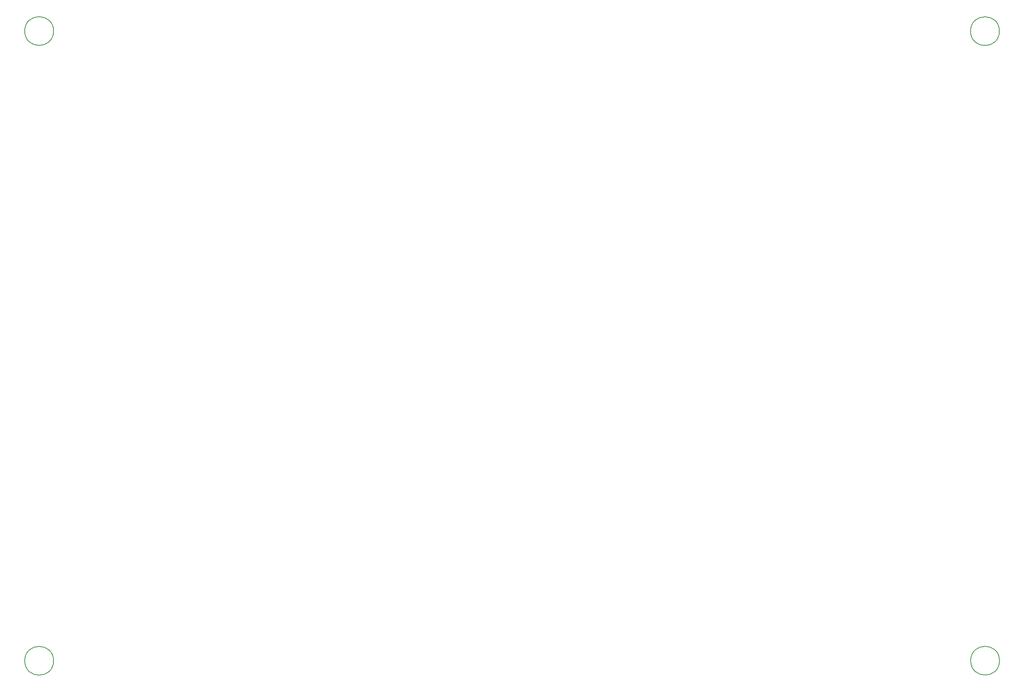
<source format=gbr>
%TF.GenerationSoftware,KiCad,Pcbnew,(6.0.7)*%
%TF.CreationDate,2023-04-20T18:01:57-06:00*%
%TF.ProjectId,backplane,6261636b-706c-4616-9e65-2e6b69636164,rev?*%
%TF.SameCoordinates,Original*%
%TF.FileFunction,Other,Comment*%
%FSLAX46Y46*%
G04 Gerber Fmt 4.6, Leading zero omitted, Abs format (unit mm)*
G04 Created by KiCad (PCBNEW (6.0.7)) date 2023-04-20 18:01:57*
%MOMM*%
%LPD*%
G01*
G04 APERTURE LIST*
%ADD10C,0.150000*%
G04 APERTURE END LIST*
D10*
%TO.C,REF\u002A\u002A*%
X518125000Y-237825000D02*
G75*
G03*
X518125000Y-237825000I-3200000J0D01*
G01*
X518100000Y-97875000D02*
G75*
G03*
X518100000Y-97875000I-3200000J0D01*
G01*
X308125000Y-97850000D02*
G75*
G03*
X308125000Y-97850000I-3200000J0D01*
G01*
X308125000Y-237850000D02*
G75*
G03*
X308125000Y-237850000I-3200000J0D01*
G01*
%TD*%
M02*

</source>
